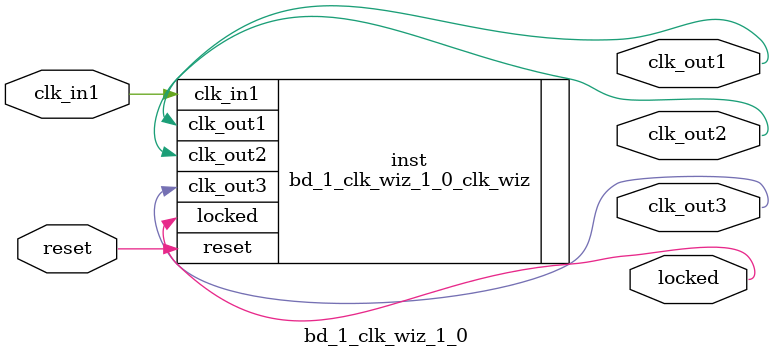
<source format=v>


`timescale 1ps/1ps

(* CORE_GENERATION_INFO = "bd_1_clk_wiz_1_0,clk_wiz_v6_0_11_0_0,{component_name=bd_1_clk_wiz_1_0,use_phase_alignment=true,use_min_o_jitter=false,use_max_i_jitter=false,use_dyn_phase_shift=false,use_inclk_switchover=false,use_dyn_reconfig=false,enable_axi=0,feedback_source=FDBK_AUTO,PRIMITIVE=MMCM,num_out_clk=3,clkin1_period=10.000,clkin2_period=10.000,use_power_down=false,use_reset=true,use_locked=true,use_inclk_stopped=false,feedback_type=SINGLE,CLOCK_MGR_TYPE=NA,manual_override=false}" *)

module bd_1_clk_wiz_1_0 
 (
  // Clock out ports
  output        clk_out1,
  output        clk_out2,
  output        clk_out3,
  // Status and control signals
  input         reset,
  output        locked,
 // Clock in ports
  input         clk_in1
 );

  bd_1_clk_wiz_1_0_clk_wiz inst
  (
  // Clock out ports  
  .clk_out1(clk_out1),
  .clk_out2(clk_out2),
  .clk_out3(clk_out3),
  // Status and control signals               
  .reset(reset), 
  .locked(locked),
 // Clock in ports
  .clk_in1(clk_in1)
  );

endmodule

</source>
